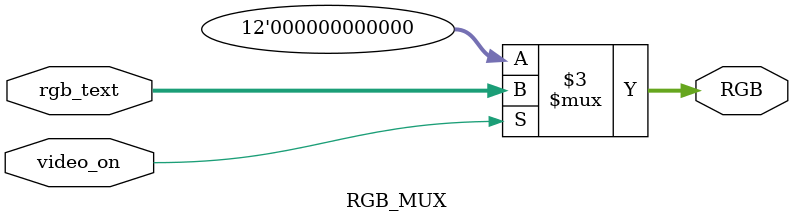
<source format=v>
`timescale 1ns / 1ps


module RGB_MUX(

//////  INPUTS  ///////
    input video_on, // me activa la pantalla
	input [11:0] rgb_text,
	
////// OUTPUTS  //////
	output reg [11:0] RGB
	);
	
	always @*
	begin
	if (video_on)
		RGB=rgb_text;
	else
		RGB=12'h000; /// si no esta activado, me imprime la pantalla en negro
	end
endmodule
</source>
